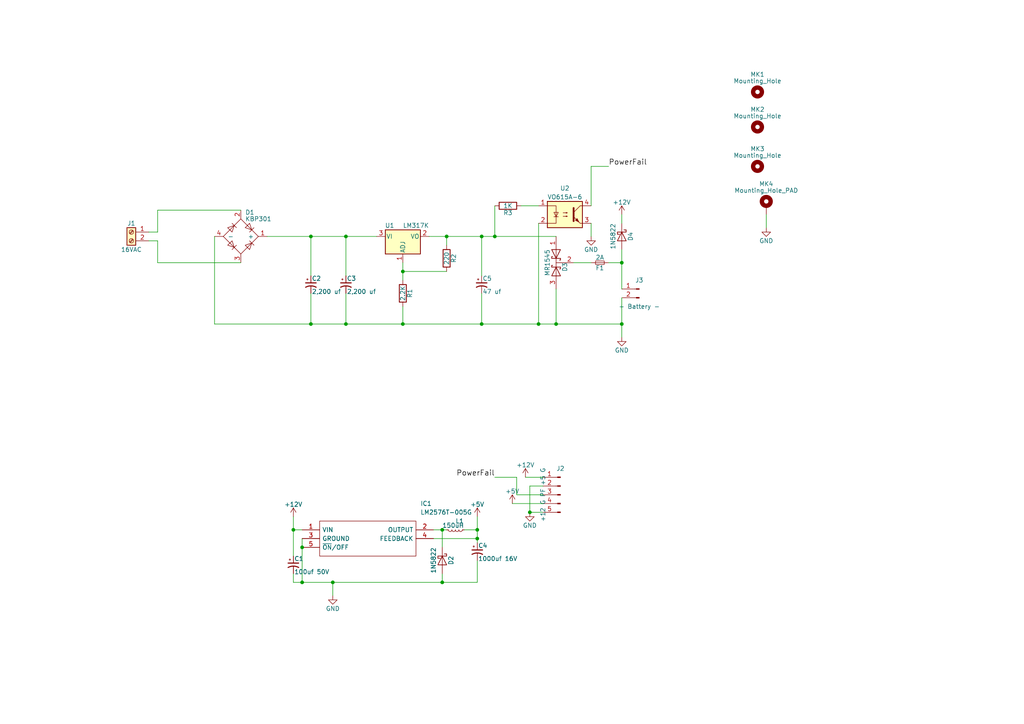
<source format=kicad_sch>
(kicad_sch (version 20211123) (generator eeschema)
  (paper "A4")
  (lib_symbols
    (symbol "ChargerAndPowerSupply-rescue:+12V" (power) (pin_names (offset 0))
      (property "Value" "+12V" (at 0 3.556 0))
      (symbol "+12V_0_1"
        (polyline (pts (xy -0.762 1.27) (xy 0 2.54)))
        (polyline (pts (xy 0 0) (xy 0 2.54)))
        (polyline (pts (xy 0 2.54) (xy 0.762 1.27)))
      )
      (symbol "+12V_1_1"
        (pin power_in line (at 0 0 90) (length 0) hide (name "+12V") (number "1"))
      )
    )
    (symbol "ChargerAndPowerSupply-rescue:+5V" (power) (pin_names (offset 0))
      (property "Value" "+5V" (at 0 3.556 0))
      (symbol "+5V_0_1"
        (polyline (pts (xy -0.762 1.27) (xy 0 2.54)))
        (polyline (pts (xy 0 0) (xy 0 2.54)))
        (polyline (pts (xy 0 2.54) (xy 0.762 1.27)))
      )
      (symbol "+5V_1_1"
        (pin power_in line (at 0 0 90) (length 0) hide (name "+5V") (number "1"))
      )
    )
    (symbol "ChargerAndPowerSupply-rescue:CP1_Small" (pin_numbers hide) (pin_names (offset 0.254) hide)
      (property "Reference" "C" (at 0.254 1.778 0))
      (property "Value" "CP1_Small" (at 0.254 -2.032 0))
      (symbol "CP1_Small_0_1"
        (polyline (pts (xy -1.524 0.508) (xy 1.524 0.508)) (stroke (width 0.3048)))
        (polyline (pts (xy -1.27 1.524) (xy -0.762 1.524)))
        (polyline (pts (xy -1.016 1.27) (xy -1.016 1.778)))
        (arc (start 1.524 -0.762) (mid 0 -0.3734) (end -1.524 -0.762) (stroke (width 0.3048)))
      )
      (symbol "CP1_Small_1_1"
        (pin passive line (at 0 2.54 270) (length 2.032) (name "~") (number "1"))
        (pin passive line (at 0 -2.54 90) (length 2.032) (name "~") (number "2"))
      )
    )
    (symbol "ChargerAndPowerSupply-rescue:Conn_01x02_Male" (pin_names (offset 1.016) hide)
      (property "Reference" "J" (at 0 2.54 0))
      (property "Value" "Conn_01x02_Male" (at 0 -5.08 0))
      (symbol "Conn_01x02_Male_1_1"
        (polyline (pts (xy 1.27 -2.54) (xy 0.8636 -2.54)) (stroke (width 0.1524)))
        (polyline (pts (xy 1.27 0) (xy 0.8636 0)) (stroke (width 0.1524)))
        (rectangle (start 0.8636 -2.413) (end 0 -2.667) (stroke (width 0.1524)) (fill (type outline)))
        (rectangle (start 0.8636 0.127) (end 0 -0.127) (stroke (width 0.1524)) (fill (type outline)))
        (pin passive line (at 5.08 0 180) (length 3.81) (name "Pin_1") (number "1"))
        (pin passive line (at 5.08 -2.54 180) (length 3.81) (name "Pin_2") (number "2"))
      )
    )
    (symbol "ChargerAndPowerSupply-rescue:Conn_01x05_Male" (pin_names (offset 1.016) hide)
      (property "Reference" "J" (at 0 7.62 0))
      (property "Value" "Conn_01x05_Male" (at 0 -7.62 0))
      (symbol "Conn_01x05_Male_1_1"
        (polyline (pts (xy 1.27 -5.08) (xy 0.8636 -5.08)) (stroke (width 0.1524)))
        (polyline (pts (xy 1.27 -2.54) (xy 0.8636 -2.54)) (stroke (width 0.1524)))
        (polyline (pts (xy 1.27 0) (xy 0.8636 0)) (stroke (width 0.1524)))
        (polyline (pts (xy 1.27 2.54) (xy 0.8636 2.54)) (stroke (width 0.1524)))
        (polyline (pts (xy 1.27 5.08) (xy 0.8636 5.08)) (stroke (width 0.1524)))
        (rectangle (start 0.8636 -4.953) (end 0 -5.207) (stroke (width 0.1524)) (fill (type outline)))
        (rectangle (start 0.8636 -2.413) (end 0 -2.667) (stroke (width 0.1524)) (fill (type outline)))
        (rectangle (start 0.8636 0.127) (end 0 -0.127) (stroke (width 0.1524)) (fill (type outline)))
        (rectangle (start 0.8636 2.667) (end 0 2.413) (stroke (width 0.1524)) (fill (type outline)))
        (rectangle (start 0.8636 5.207) (end 0 4.953) (stroke (width 0.1524)) (fill (type outline)))
        (pin passive line (at 5.08 5.08 180) (length 3.81) (name "Pin_1") (number "1"))
        (pin passive line (at 5.08 2.54 180) (length 3.81) (name "Pin_2") (number "2"))
        (pin passive line (at 5.08 0 180) (length 3.81) (name "Pin_3") (number "3"))
        (pin passive line (at 5.08 -2.54 180) (length 3.81) (name "Pin_4") (number "4"))
        (pin passive line (at 5.08 -5.08 180) (length 3.81) (name "Pin_5") (number "5"))
      )
    )
    (symbol "ChargerAndPowerSupply-rescue:D_Bridge_+AA-" (pin_names (offset 1.27))
      (property "Reference" "D" (at 1.27 6.985 0))
      (property "Value" "D_Bridge_+AA-" (at 1.27 5.08 0))
      (symbol "D_Bridge_+AA-_0_1"
        (polyline (pts (xy -2.54 3.81) (xy -1.27 2.54)))
        (polyline (pts (xy -1.27 -2.54) (xy -2.54 -3.81)))
        (polyline (pts (xy 2.54 -1.27) (xy 3.81 -2.54)))
        (polyline (pts (xy 2.54 1.27) (xy 3.81 2.54)))
        (polyline (pts (xy -3.81 2.54) (xy -2.54 1.27) (xy -1.905 3.175) (xy -3.81 2.54)))
        (polyline (pts (xy -2.54 -1.27) (xy -3.81 -2.54) (xy -1.905 -3.175) (xy -2.54 -1.27)))
        (polyline (pts (xy 1.27 2.54) (xy 2.54 3.81) (xy 3.175 1.905) (xy 1.27 2.54)))
        (polyline (pts (xy 3.175 -1.905) (xy 1.27 -2.54) (xy 2.54 -3.81) (xy 3.175 -1.905)))
        (polyline (pts (xy -5.08 0) (xy 0 -5.08) (xy 5.08 0) (xy 0 5.08) (xy -5.08 0)))
      )
      (symbol "D_Bridge_+AA-_1_1"
        (pin input line (at 7.62 0 180) (length 2.54) (name "+") (number "1"))
        (pin input line (at 0 7.62 270) (length 2.54) (name "~") (number "2"))
        (pin input line (at 0 -7.62 90) (length 2.54) (name "~") (number "3"))
        (pin input line (at -7.62 0 0) (length 2.54) (name "-") (number "4"))
      )
    )
    (symbol "ChargerAndPowerSupply-rescue:D_Schottky" (pin_numbers hide) (pin_names (offset 1.016) hide)
      (property "Reference" "D" (at 0 2.54 0))
      (property "Value" "D_Schottky" (at 0 -2.54 0))
      (symbol "D_Schottky_0_1"
        (polyline (pts (xy 1.27 0) (xy -1.27 0)))
        (polyline (pts (xy 1.27 1.27) (xy 1.27 -1.27) (xy -1.27 0) (xy 1.27 1.27)) (stroke (width 0.2032)))
        (polyline (pts (xy -1.905 0.635) (xy -1.905 1.27) (xy -1.27 1.27) (xy -1.27 -1.27) (xy -0.635 -1.27) (xy -0.635 -0.635)) (stroke (width 0.2032)))
      )
      (symbol "D_Schottky_1_1"
        (pin passive line (at -3.81 0 0) (length 2.54) (name "K") (number "1"))
        (pin passive line (at 3.81 0 180) (length 2.54) (name "A") (number "2"))
      )
    )
    (symbol "ChargerAndPowerSupply-rescue:D_Schottky_x2_KCom_AKA" (pin_names (offset 0.762) hide)
      (property "Reference" "D" (at 1.27 -2.54 0))
      (property "Value" "D_Schottky_x2_KCom_AKA" (at 0 2.54 0))
      (symbol "D_Schottky_x2_KCom_AKA_0_1"
        (polyline (pts (xy 0 0) (xy 0 -2.54)))
        (polyline (pts (xy 3.81 0) (xy -3.81 0)))
        (polyline (pts (xy -1.27 -1.27) (xy -1.27 1.27) (xy -1.27 1.27)) (stroke (width 0.2032)))
        (polyline (pts (xy 1.27 -1.27) (xy 1.27 1.27) (xy 1.27 1.27)) (stroke (width 0.2032)))
        (polyline (pts (xy -1.27 -1.27) (xy -0.762 -1.27) (xy -0.762 -1.016) (xy -0.762 -1.016)) (stroke (width 0.2032)))
        (polyline (pts (xy 1.27 -1.27) (xy 1.778 -1.27) (xy 1.778 -1.016) (xy 1.778 -1.016)) (stroke (width 0.2032)))
        (polyline (pts (xy 1.27 1.27) (xy 0.762 1.27) (xy 0.762 1.016) (xy 0.762 1.016)) (stroke (width 0.2032)))
        (polyline (pts (xy -1.778 1.016) (xy -1.778 1.27) (xy -1.27 1.27) (xy -1.27 1.27) (xy -1.27 1.27)) (stroke (width 0.2032)))
        (polyline (pts (xy -3.81 1.27) (xy -1.27 0) (xy -3.81 -1.27) (xy -3.81 1.27) (xy -3.81 1.27) (xy -3.81 1.27)) (stroke (width 0.2032)))
        (polyline (pts (xy 3.81 -1.27) (xy 1.27 0) (xy 3.81 1.27) (xy 3.81 -1.27) (xy 3.81 -1.27) (xy 3.81 -1.27)) (stroke (width 0.2032)))
        (pin passive line (at -7.62 0 0) (length 3.81) (name "A") (number "1"))
        (pin passive line (at 0 -5.08 90) (length 2.54) (name "K") (number "2"))
        (pin passive line (at 7.62 0 180) (length 3.81) (name "A") (number "3"))
      )
    )
    (symbol "ChargerAndPowerSupply-rescue:Fuse_Small" (pin_numbers hide) (pin_names (offset 0.254) hide)
      (property "Reference" "F" (at 0 -1.524 0))
      (property "Value" "Fuse_Small" (at 0 1.524 0))
      (symbol "Fuse_Small_0_1"
        (rectangle (start -1.27 0.508) (end 1.27 -0.508))
        (polyline (pts (xy -1.27 0) (xy 1.27 0)))
      )
      (symbol "Fuse_Small_1_1"
        (pin passive line (at -2.54 0 0) (length 1.27) (name "~") (number "1"))
        (pin passive line (at 2.54 0 180) (length 1.27) (name "~") (number "2"))
      )
    )
    (symbol "ChargerAndPowerSupply-rescue:GND" (power) (pin_names (offset 0))
      (property "Value" "GND" (at 0 -3.81 0))
      (symbol "GND_0_1"
        (polyline (pts (xy 0 0) (xy 0 -1.27) (xy 1.27 -1.27) (xy 0 -2.54) (xy -1.27 -1.27) (xy 0 -1.27)))
      )
      (symbol "GND_1_1"
        (pin power_in line (at 0 0 270) (length 0) hide (name "GND") (number "1"))
      )
    )
    (symbol "ChargerAndPowerSupply-rescue:LM317_3PinPackage" (pin_names (offset 0.254))
      (property "Reference" "U" (at -3.81 3.175 0))
      (property "Value" "LM317_3PinPackage" (at 0 3.175 0))
      (symbol "LM317_3PinPackage_0_1"
        (rectangle (start -5.08 1.905) (end 5.08 -5.08) (stroke (width 0.254)) (fill (type background)))
      )
      (symbol "LM317_3PinPackage_1_1"
        (pin input line (at 0 -7.62 90) (length 2.54) (name "ADJ") (number "1"))
        (pin power_out line (at 7.62 0 180) (length 2.54) (name "VO") (number "2"))
        (pin power_in line (at -7.62 0 0) (length 2.54) (name "VI") (number "3"))
      )
    )
    (symbol "ChargerAndPowerSupply-rescue:L_Small" (pin_numbers hide) (pin_names (offset 0.254) hide)
      (property "Reference" "L" (at 0.762 1.016 0))
      (property "Value" "L_Small" (at 0.762 -1.016 0))
      (symbol "L_Small_0_1"
        (arc (start 0 -2.032) (mid 0.508 -1.524) (end 0 -1.016))
        (arc (start 0 -1.016) (mid 0.508 -0.508) (end 0 0))
        (arc (start 0 0) (mid 0.508 0.508) (end 0 1.016))
        (arc (start 0 1.016) (mid 0.508 1.524) (end 0 2.032))
      )
      (symbol "L_Small_1_1"
        (pin passive line (at 0 2.54 270) (length 0.508) (name "~") (number "1"))
        (pin passive line (at 0 -2.54 90) (length 0.508) (name "~") (number "2"))
      )
    )
    (symbol "ChargerAndPowerSupply-rescue:Mounting_Hole" (pin_names (offset 1.016))
      (property "Reference" "MK" (at 0 5.08 0))
      (property "Value" "Mounting_Hole" (at 0 3.175 0))
      (symbol "Mounting_Hole_0_1"
        (circle (center 0 0) (radius 1.27) (stroke (width 1.27)))
      )
    )
    (symbol "ChargerAndPowerSupply-rescue:Mounting_Hole_PAD" (pin_numbers hide) (pin_names (offset 1.016) hide)
      (property "Reference" "MK" (at 0 6.35 0))
      (property "Value" "Mounting_Hole_PAD" (at 0 4.445 0))
      (symbol "Mounting_Hole_PAD_0_1"
        (circle (center 0 1.27) (radius 1.27) (stroke (width 1.27)))
      )
      (symbol "Mounting_Hole_PAD_1_1"
        (pin input line (at 0 -2.54 90) (length 2.54) (name "1") (number "1"))
      )
    )
    (symbol "ChargerAndPowerSupply-rescue:R" (pin_numbers hide) (pin_names (offset 0))
      (property "Reference" "R" (at 2.032 0 90))
      (property "Value" "R" (at 0 0 90))
      (symbol "R_0_1"
        (rectangle (start -1.016 -2.54) (end 1.016 2.54) (stroke (width 0.254)))
      )
      (symbol "R_1_1"
        (pin passive line (at 0 3.81 270) (length 1.27) (name "~") (number "1"))
        (pin passive line (at 0 -3.81 90) (length 1.27) (name "~") (number "2"))
      )
    )
    (symbol "ChargerAndPowerSupply-rescue:Screw_Terminal_01x02" (pin_names (offset 1.016) hide)
      (property "Reference" "J" (at 0 2.54 0))
      (property "Value" "Screw_Terminal_01x02" (at 0 -5.08 0))
      (symbol "Screw_Terminal_01x02_1_1"
        (rectangle (start -1.27 1.27) (end 1.27 -3.81) (stroke (width 0.254)) (fill (type background)))
        (circle (center 0 -2.54) (radius 0.635) (stroke (width 0.1524)))
        (polyline (pts (xy -0.5334 -2.2098) (xy 0.3302 -3.048)) (stroke (width 0.1524)))
        (polyline (pts (xy -0.5334 0.3302) (xy 0.3302 -0.508)) (stroke (width 0.1524)))
        (polyline (pts (xy -0.3556 -2.032) (xy 0.508 -2.8702)) (stroke (width 0.1524)))
        (polyline (pts (xy -0.3556 0.508) (xy 0.508 -0.3302)) (stroke (width 0.1524)))
        (circle (center 0 0) (radius 0.635) (stroke (width 0.1524)))
        (pin passive line (at -5.08 0 0) (length 3.81) (name "Pin_1") (number "1"))
        (pin passive line (at -5.08 -2.54 0) (length 3.81) (name "Pin_2") (number "2"))
      )
    )
    (symbol "ChargerAndPowerSupply-rescue:VO615A-6" (pin_names (offset 0.0254))
      (property "Reference" "U" (at 0 7.62 0))
      (property "Value" "VO615A-6" (at 0 5.08 0))
      (symbol "VO615A-6_0_1"
        (rectangle (start -5.08 3.81) (end 5.08 -3.81) (stroke (width 0.254)) (fill (type background)))
        (polyline (pts (xy -3.175 -0.635) (xy -1.905 -0.635)))
        (polyline (pts (xy 2.54 0.635) (xy 4.445 2.54)))
        (polyline (pts (xy 4.445 -2.54) (xy 2.54 -0.635)) (fill (type outline)))
        (polyline (pts (xy 4.445 -2.54) (xy 5.08 -2.54)))
        (polyline (pts (xy 4.445 2.54) (xy 5.08 2.54)))
        (polyline (pts (xy 2.54 1.905) (xy 2.54 -1.905) (xy 2.54 -1.905)) (stroke (width 0.508)))
        (polyline (pts (xy -5.08 2.54) (xy -2.54 2.54) (xy -2.54 -2.54) (xy -5.08 -2.54)))
        (polyline (pts (xy -2.54 -0.635) (xy -3.175 0.635) (xy -1.905 0.635) (xy -2.54 -0.635)))
        (polyline (pts (xy -0.508 -0.508) (xy 0.762 -0.508) (xy 0.381 -0.635) (xy 0.381 -0.381) (xy 0.762 -0.508)))
        (polyline (pts (xy -0.508 0.508) (xy 0.762 0.508) (xy 0.381 0.381) (xy 0.381 0.635) (xy 0.762 0.508)))
        (polyline (pts (xy 3.048 -1.651) (xy 3.556 -1.143) (xy 4.064 -2.159) (xy 3.048 -1.651) (xy 3.048 -1.651)) (fill (type outline)))
      )
      (symbol "VO615A-6_1_1"
        (pin passive line (at -7.62 2.54 0) (length 2.54) (name "~") (number "1"))
        (pin passive line (at -7.62 -2.54 0) (length 2.54) (name "~") (number "2"))
        (pin passive line (at 7.62 -2.54 180) (length 2.54) (name "~") (number "3"))
        (pin passive line (at 7.62 2.54 180) (length 2.54) (name "~") (number "4"))
      )
    )
    (symbol "LM2576T-005G:LM2576T-005G" (pin_names (offset 0.762))
      (property "Reference" "IC" (at 34.29 7.62 0))
      (property "Value" "LM2576T-005G" (at 34.29 5.08 0))
      (symbol "LM2576T-005G_0_0"
        (pin input line (at 0 0 0) (length 5.08) (name "VIN") (number "1"))
        (pin output line (at 38.1 0 180) (length 5.08) (name "OUTPUT") (number "2"))
        (pin passive line (at 0 -2.54 0) (length 5.08) (name "GROUND") (number "3"))
        (pin passive line (at 38.1 -2.54 180) (length 5.08) (name "FEEDBACK") (number "4"))
        (pin passive line (at 0 -5.08 0) (length 5.08) (name "~{ON}/OFF") (number "5"))
      )
      (symbol "LM2576T-005G_0_1"
        (polyline (pts (xy 5.08 2.54) (xy 33.02 2.54) (xy 33.02 -7.62) (xy 5.08 -7.62) (xy 5.08 2.54)) (stroke (width 0.1524)))
      )
    )
  )
  (junction (at 139.7 68.58))
  (junction (at 156.21 93.98))
  (junction (at 116.84 78.74))
  (junction (at 96.52 168.91))
  (junction (at 87.63 158.75))
  (junction (at 161.29 93.98))
  (junction (at 138.43 156.21))
  (junction (at 143.51 68.58))
  (junction (at 100.33 93.98))
  (junction (at 90.17 68.58))
  (junction (at 139.7 93.98))
  (junction (at 90.17 93.98))
  (junction (at 153.67 148.59))
  (junction (at 128.27 168.91))
  (junction (at 87.63 168.91))
  (junction (at 180.34 93.98))
  (junction (at 128.27 153.67))
  (junction (at 138.43 153.67))
  (junction (at 180.34 76.2))
  (junction (at 85.09 153.67))
  (junction (at 100.33 68.58))
  (junction (at 116.84 93.98))
  (junction (at 129.54 68.58))
  (wire (pts (xy 180.34 93.98) (xy 180.34 97.79)))
  (wire (pts (xy 62.23 68.58) (xy 62.23 93.98)))
  (wire (pts (xy 153.67 148.59) (xy 157.48 148.59)))
  (wire (pts (xy 157.48 138.43) (xy 152.4 138.43)))
  (wire (pts (xy 138.43 168.91) (xy 138.43 162.56)))
  (wire (pts (xy 87.63 153.67) (xy 85.09 153.67)))
  (wire (pts (xy 100.33 93.98) (xy 116.84 93.98)))
  (wire (pts (xy 125.73 153.67) (xy 128.27 153.67)))
  (wire (pts (xy 176.53 48.26) (xy 171.45 48.26)))
  (wire (pts (xy 45.72 69.85) (xy 45.72 76.2)))
  (wire (pts (xy 128.27 153.67) (xy 129.54 153.67)))
  (wire (pts (xy 45.72 69.85) (xy 43.18 69.85)))
  (wire (pts (xy 153.67 140.97) (xy 157.48 140.97)))
  (wire (pts (xy 148.59 146.05) (xy 157.48 146.05)))
  (wire (pts (xy 116.84 76.2) (xy 116.84 78.74)))
  (wire (pts (xy 124.46 68.58) (xy 129.54 68.58)))
  (wire (pts (xy 143.51 59.69) (xy 143.51 68.58)))
  (wire (pts (xy 139.7 93.98) (xy 156.21 93.98)))
  (wire (pts (xy 62.23 93.98) (xy 90.17 93.98)))
  (wire (pts (xy 139.7 93.98) (xy 139.7 85.09)))
  (wire (pts (xy 128.27 168.91) (xy 138.43 168.91)))
  (wire (pts (xy 180.34 72.39) (xy 180.34 76.2)))
  (wire (pts (xy 87.63 168.91) (xy 96.52 168.91)))
  (wire (pts (xy 180.34 76.2) (xy 176.53 76.2)))
  (wire (pts (xy 129.54 68.58) (xy 129.54 71.12)))
  (wire (pts (xy 87.63 158.75) (xy 87.63 168.91)))
  (wire (pts (xy 45.72 60.96) (xy 69.85 60.96)))
  (wire (pts (xy 128.27 168.91) (xy 128.27 166.37)))
  (wire (pts (xy 161.29 93.98) (xy 161.29 83.82)))
  (wire (pts (xy 138.43 149.86) (xy 138.43 153.67)))
  (wire (pts (xy 129.54 78.74) (xy 116.84 78.74)))
  (wire (pts (xy 180.34 62.23) (xy 180.34 64.77)))
  (wire (pts (xy 116.84 93.98) (xy 116.84 88.9)))
  (wire (pts (xy 149.86 138.43) (xy 149.86 143.51)))
  (wire (pts (xy 116.84 78.74) (xy 116.84 81.28)))
  (wire (pts (xy 180.34 86.36) (xy 180.34 93.98)))
  (wire (pts (xy 90.17 68.58) (xy 100.33 68.58)))
  (wire (pts (xy 153.67 148.59) (xy 153.67 140.97)))
  (wire (pts (xy 222.25 62.23) (xy 222.25 66.04)))
  (wire (pts (xy 85.09 166.37) (xy 85.09 168.91)))
  (wire (pts (xy 171.45 64.77) (xy 171.45 68.58)))
  (wire (pts (xy 90.17 80.01) (xy 90.17 68.58)))
  (wire (pts (xy 156.21 64.77) (xy 156.21 93.98)))
  (wire (pts (xy 139.7 68.58) (xy 139.7 80.01)))
  (wire (pts (xy 85.09 153.67) (xy 85.09 161.29)))
  (wire (pts (xy 45.72 60.96) (xy 45.72 67.31)))
  (wire (pts (xy 171.45 48.26) (xy 171.45 59.69)))
  (wire (pts (xy 138.43 153.67) (xy 138.43 156.21)))
  (wire (pts (xy 156.21 93.98) (xy 161.29 93.98)))
  (wire (pts (xy 100.33 93.98) (xy 100.33 85.09)))
  (wire (pts (xy 100.33 68.58) (xy 109.22 68.58)))
  (wire (pts (xy 138.43 156.21) (xy 138.43 157.48)))
  (wire (pts (xy 149.86 143.51) (xy 157.48 143.51)))
  (wire (pts (xy 85.09 168.91) (xy 87.63 168.91)))
  (wire (pts (xy 166.37 76.2) (xy 171.45 76.2)))
  (wire (pts (xy 45.72 76.2) (xy 69.85 76.2)))
  (wire (pts (xy 143.51 138.43) (xy 149.86 138.43)))
  (wire (pts (xy 100.33 68.58) (xy 100.33 80.01)))
  (wire (pts (xy 45.72 67.31) (xy 43.18 67.31)))
  (wire (pts (xy 90.17 93.98) (xy 100.33 93.98)))
  (wire (pts (xy 116.84 93.98) (xy 139.7 93.98)))
  (wire (pts (xy 96.52 168.91) (xy 128.27 168.91)))
  (wire (pts (xy 156.21 59.69) (xy 151.13 59.69)))
  (wire (pts (xy 180.34 76.2) (xy 180.34 83.82)))
  (wire (pts (xy 87.63 156.21) (xy 87.63 158.75)))
  (wire (pts (xy 77.47 68.58) (xy 90.17 68.58)))
  (wire (pts (xy 161.29 93.98) (xy 180.34 93.98)))
  (wire (pts (xy 129.54 68.58) (xy 139.7 68.58)))
  (wire (pts (xy 125.73 156.21) (xy 138.43 156.21)))
  (wire (pts (xy 134.62 153.67) (xy 138.43 153.67)))
  (wire (pts (xy 85.09 149.86) (xy 85.09 153.67)))
  (wire (pts (xy 96.52 172.72) (xy 96.52 168.91)))
  (wire (pts (xy 128.27 158.75) (xy 128.27 153.67)))
  (wire (pts (xy 139.7 68.58) (xy 143.51 68.58)))
  (wire (pts (xy 143.51 68.58) (xy 161.29 68.58)))
  (wire (pts (xy 90.17 93.98) (xy 90.17 85.09)))
  (label "PowerFail" (at 176.53 48.26 0) (effects (font (size 1.524 1.524))))
  (label "PowerFail" (at 143.51 138.43 180) (effects (font (size 1.524 1.524))))
  (symbol (lib_id "ChargerAndPowerSupply-rescue:D_Bridge_+AA-") (at 69.85 68.58 0) (unit 1)
    (property "Reference" "D1" (at 71.12 61.595 0) (effects (justify left)))
    (property "Value" "KBP301" (at 71.12 63.5 0) (effects (justify left)))
    (property "Footprint" "KBP301G:KBP301G" (effects hide))
    (property "Mouser Part Number" "905-KBP301 " (effects hide))
  )
  (symbol (lib_id "ChargerAndPowerSupply-rescue:CP1_Small") (at 90.17 82.55 0) (unit 1)
    (property "Reference" "C2" (at 90.424 80.772 0) (effects (justify left)))
    (property "Value" "2,200 uf" (at 90.424 84.582 0) (effects (justify left)))
    (property "Footprint" "Capacitors_THT:CP_Radial_D16.0mm_P7.50mm" (effects hide))
    (property "Mouser Part Number" "140-REA222M1HBK1636P" (effects hide))
  )
  (symbol (lib_id "ChargerAndPowerSupply-rescue:CP1_Small") (at 100.33 82.55 0) (unit 1)
    (property "Reference" "C3" (at 100.584 80.772 0) (effects (justify left)))
    (property "Value" "2,200 uf" (at 100.584 84.582 0) (effects (justify left)))
    (property "Footprint" "Capacitors_THT:CP_Radial_D16.0mm_P7.50mm" (effects hide))
    (property "Mouser Part Number" "140-REA222M1HBK1636P" (effects hide))
  )
  (symbol (lib_id "ChargerAndPowerSupply-rescue:LM317_3PinPackage") (at 116.84 68.58 0) (unit 1)
    (property "Reference" "U1" (at 113.03 65.405 0))
    (property "Value" "LM317K" (at 116.84 65.405 0) (effects (justify left)))
    (property "Footprint" "TO_SOT_Packages_THT:TO-220_Vertical" (effects hide))
    (property "Mouser Part Number" "595-LM317KCS " (effects hide))
  )
  (symbol (lib_id "ChargerAndPowerSupply-rescue:R") (at 116.84 85.09 0) (unit 1)
    (property "Reference" "R1" (at 118.872 85.09 90))
    (property "Value" "2.2K" (at 116.84 85.09 90))
    (property "Footprint" "Resistors_THT:R_Axial_DIN0204_L3.6mm_D1.6mm_P7.62mm_Horizontal" (effects hide))
    (property "Mouser Part Number" "603-CFR-12JT-52-2K2" (effects hide))
  )
  (symbol (lib_id "ChargerAndPowerSupply-rescue:R") (at 129.54 74.93 0) (unit 1)
    (property "Reference" "R2" (at 131.572 74.93 90))
    (property "Value" "220" (at 129.54 74.93 90))
    (property "Footprint" "Resistors_THT:R_Axial_DIN0204_L3.6mm_D1.6mm_P7.62mm_Horizontal" (effects hide))
    (property "Mouser Part Number" "603-CFR-12JT-52-220R" (effects hide))
  )
  (symbol (lib_id "ChargerAndPowerSupply-rescue:CP1_Small") (at 139.7 82.55 0) (unit 1)
    (property "Reference" "C5" (at 139.954 80.772 0) (effects (justify left)))
    (property "Value" "47 uf" (at 139.954 84.582 0) (effects (justify left)))
    (property "Footprint" "Capacitors_THT:CP_Radial_D6.3mm_P2.50mm" (effects hide))
    (property "Mouser Part Number" "140-REA470M1HBK0611P" (effects hide))
  )
  (symbol (lib_id "ChargerAndPowerSupply-rescue:D_Schottky_x2_KCom_AKA") (at 161.29 76.2 90) (mirror x) (unit 1)
    (property "Reference" "D3" (at 163.83 77.47 0))
    (property "Value" "MR1545" (at 158.75 76.2 0))
    (property "Footprint" "TO_SOT_Packages_THT:TO-220_Vertical" (effects hide))
    (property "Mouser Part Number" "621-SBR10U300CT" (effects hide))
  )
  (symbol (lib_id "ChargerAndPowerSupply-rescue:Fuse_Small") (at 173.99 76.2 0) (unit 1)
    (property "Reference" "F1" (at 173.99 77.724 0))
    (property "Value" "2A" (at 173.99 74.676 0))
    (property "Footprint" "MRT_2:MRT2" (effects hide))
    (property "Mouser Part Number" " 530-MRT2" (effects hide))
  )
  (symbol (lib_id "ChargerAndPowerSupply-rescue:Conn_01x02_Male") (at 185.42 83.82 0) (mirror y) (unit 1)
    (property "Reference" "J3" (at 185.42 81.28 0))
    (property "Value" "+ Battery -" (at 185.42 88.9 0))
    (property "Footprint" "26-60-7020:26607020" (effects hide))
    (property "Mouser Part Number" " 538-26-60-7020" (effects hide))
  )
  (symbol (lib_id "ChargerAndPowerSupply-rescue:+12V") (at 180.34 62.23 0) (unit 1)
    (property "Reference" "#PWR01" (effects hide))
    (property "Value" "+12V" (at 180.34 58.674 0))
  )
  (symbol (lib_id "ChargerAndPowerSupply-rescue:GND") (at 180.34 97.79 0) (unit 1)
    (property "Reference" "#PWR02" (effects hide))
    (property "Value" "GND" (at 180.34 101.6 0))
  )
  (symbol (lib_id "ChargerAndPowerSupply-rescue:D_Schottky") (at 180.34 68.58 270) (unit 1)
    (property "Reference" "D4" (at 182.88 68.58 0))
    (property "Value" "1N5822" (at 177.8 68.58 0))
    (property "Footprint" "Diodes_THT:D_DO-201AD_P15.24mm_Horizontal" (effects hide))
    (property "Mouser Part Number" "511-1N5822-TR" (effects hide))
  )
  (symbol (lib_id "ChargerAndPowerSupply-rescue:VO615A-6") (at 163.83 62.23 0) (unit 1)
    (property "Reference" "U2" (at 163.83 54.61 0))
    (property "Value" "VO615A-6" (at 163.83 57.15 0))
    (property "Footprint" "Housings_DIP:DIP-4_W7.62mm" (effects hide))
    (property "Mouser Part Number" "78-VO615A-6" (effects hide))
  )
  (symbol (lib_id "ChargerAndPowerSupply-rescue:R") (at 147.32 59.69 270) (unit 1)
    (property "Reference" "R3" (at 147.32 61.722 90))
    (property "Value" "1K" (at 147.32 59.69 90))
    (property "Footprint" "Resistors_THT:R_Axial_DIN0204_L3.6mm_D1.6mm_P7.62mm_Horizontal" (effects hide))
    (property "Mouser Part Number" "603-CFR-12JB-52-1K" (effects hide))
  )
  (symbol (lib_id "ChargerAndPowerSupply-rescue:GND") (at 171.45 68.58 0) (unit 1)
    (property "Reference" "#PWR03" (effects hide))
    (property "Value" "GND" (at 171.45 72.39 0))
  )
  (symbol (lib_id "ChargerAndPowerSupply-rescue:Screw_Terminal_01x02") (at 38.1 67.31 0) (mirror y) (unit 1)
    (property "Reference" "J1" (at 38.1 64.77 0))
    (property "Value" "16VAC" (at 38.1 72.39 0))
    (property "Footprint" "Connectors_Terminal_Blocks:TerminalBlock_Pheonix_MKDS1.5-2pol" (effects hide))
    (property "Mouser Part Number" "651-1017491" (effects hide))
  )
  (symbol (lib_id "LM2576T-005G:LM2576T-005G") (at 87.63 153.67 0) (unit 1)
    (property "Reference" "IC1" (at 121.92 146.05 0) (effects (justify left)))
    (property "Value" "LM2576T-005G" (at 121.92 148.59 0) (effects (justify left)))
    (property "Footprint" "TO_SOT_Packages_THT:TO-220-5_Pentawatt_Multiwatt-5_Vertical_StaggeredType1" (effects hide))
    (property "Datasheet" "https://componentsearchengine.com//LM2576T-005G.pdf" (effects hide))
    (property "Description" "Buck Regulator, Switching, 3.0 A, 15 V 3.0 A, 5.0 V, 52 kHz" (effects hide))
    (property "Height" "15.57" (effects hide))
    (property "Mouser Part Number" "863-LM2576T-005G" (effects hide))
    (property "Mouser2 Price/Stock" "https://www.mouser.com/Search/Refine.aspx?Keyword=863-LM2576T-005G" (effects hide))
    (property "Manufacturer_Name" "ON Semiconductor" (effects hide))
    (property "Manufacturer_Part_Number" "LM2576T-005G" (effects hide))
  )
  (symbol (lib_id "ChargerAndPowerSupply-rescue:CP1_Small") (at 85.09 163.83 0) (unit 1)
    (property "Reference" "C1" (at 85.344 162.052 0) (effects (justify left)))
    (property "Value" "100uf 50V" (at 85.344 165.862 0) (effects (justify left)))
    (property "Footprint" "Capacitors_THT:CP_Radial_D8.0mm_P5.00mm" (effects hide))
    (property "Mouser Part Number" "667-EEU-FR1H101B " (effects hide))
  )
  (symbol (lib_id "ChargerAndPowerSupply-rescue:CP1_Small") (at 138.43 160.02 0) (unit 1)
    (property "Reference" "C4" (at 138.684 158.242 0) (effects (justify left)))
    (property "Value" "1000uf 16V" (at 138.684 162.052 0) (effects (justify left)))
    (property "Footprint" "Capacitors_THT:CP_Radial_D10.0mm_P5.00mm" (effects hide))
    (property "Mouser Part Number" "667-EEU-FR1C102" (effects hide))
  )
  (symbol (lib_id "ChargerAndPowerSupply-rescue:L_Small") (at 132.08 153.67 270) (unit 1)
    (property "Reference" "L1" (at 132.08 151.13 90) (effects (justify left)))
    (property "Value" "150uH" (at 128.27 152.4 90) (effects (justify left)))
    (property "Footprint" "Inductors_THT:L_Toroid_Vertical_L24.6mm_W15.5mm_P11.44mm_Pulse_KM-4" (effects hide))
    (property "Mouser Part Number" "673-PE-53113NL " (effects hide))
  )
  (symbol (lib_id "ChargerAndPowerSupply-rescue:D_Schottky") (at 128.27 162.56 270) (unit 1)
    (property "Reference" "D2" (at 130.81 162.56 0))
    (property "Value" "1N5822" (at 125.73 162.56 0))
    (property "Footprint" "Diodes_THT:D_DO-201AD_P15.24mm_Horizontal" (effects hide))
    (property "Mouser Part Number" "511-1N5822-TR" (effects hide))
  )
  (symbol (lib_id "ChargerAndPowerSupply-rescue:GND") (at 96.52 172.72 0) (unit 1)
    (property "Reference" "#PWR04" (effects hide))
    (property "Value" "GND" (at 96.52 176.53 0))
  )
  (symbol (lib_id "ChargerAndPowerSupply-rescue:+12V") (at 85.09 149.86 0) (unit 1)
    (property "Reference" "#PWR05" (effects hide))
    (property "Value" "+12V" (at 85.09 146.304 0))
  )
  (symbol (lib_id "ChargerAndPowerSupply-rescue:+5V") (at 138.43 149.86 0) (unit 1)
    (property "Reference" "#PWR06" (effects hide))
    (property "Value" "+5V" (at 138.43 146.304 0))
  )
  (symbol (lib_id "ChargerAndPowerSupply-rescue:Conn_01x05_Male") (at 162.56 143.51 0) (mirror y) (unit 1)
    (property "Reference" "J2" (at 162.56 135.89 0))
    (property "Value" "+12 G PF +5 G" (at 157.48 143.51 90))
    (property "Footprint" "26-60-7050:26607050" (effects hide))
    (property "Mouser Part Number" "538-26-60-7050" (effects hide))
  )
  (symbol (lib_id "ChargerAndPowerSupply-rescue:+12V") (at 152.4 138.43 0) (unit 1)
    (property "Reference" "#PWR07" (effects hide))
    (property "Value" "+12V" (at 152.4 134.874 0))
  )
  (symbol (lib_id "ChargerAndPowerSupply-rescue:+5V") (at 148.59 146.05 0) (unit 1)
    (property "Reference" "#PWR08" (effects hide))
    (property "Value" "+5V" (at 148.59 142.494 0))
  )
  (symbol (lib_id "ChargerAndPowerSupply-rescue:GND") (at 153.67 148.59 0) (unit 1)
    (property "Reference" "#PWR09" (effects hide))
    (property "Value" "GND" (at 153.67 152.4 0))
  )
  (symbol (lib_id "ChargerAndPowerSupply-rescue:Mounting_Hole") (at 219.71 26.67 0) (unit 1)
    (property "Reference" "MK1" (at 219.71 21.59 0))
    (property "Value" "Mounting_Hole" (at 219.71 23.495 0))
    (property "Footprint" "Mounting_Holes:MountingHole_4.5mm" (effects hide))
  )
  (symbol (lib_id "ChargerAndPowerSupply-rescue:Mounting_Hole") (at 219.71 36.83 0) (unit 1)
    (property "Reference" "MK2" (at 219.71 31.75 0))
    (property "Value" "Mounting_Hole" (at 219.71 33.655 0))
    (property "Footprint" "Mounting_Holes:MountingHole_4.5mm" (effects hide))
  )
  (symbol (lib_id "ChargerAndPowerSupply-rescue:Mounting_Hole") (at 219.71 48.26 0) (unit 1)
    (property "Reference" "MK3" (at 219.71 43.18 0))
    (property "Value" "Mounting_Hole" (at 219.71 45.085 0))
    (property "Footprint" "Mounting_Holes:MountingHole_4.5mm" (effects hide))
  )
  (symbol (lib_id "ChargerAndPowerSupply-rescue:Mounting_Hole_PAD") (at 222.25 59.69 0) (unit 1)
    (property "Reference" "MK4" (at 222.25 53.34 0))
    (property "Value" "Mounting_Hole_PAD" (at 222.25 55.245 0))
    (property "Footprint" "Mounting_Holes:MountingHole_4.5mm_Pad" (effects hide))
  )
  (symbol (lib_id "ChargerAndPowerSupply-rescue:GND") (at 222.25 66.04 0) (unit 1)
    (property "Reference" "#PWR010" (effects hide))
    (property "Value" "GND" (at 222.25 69.85 0))
  )
)
</source>
